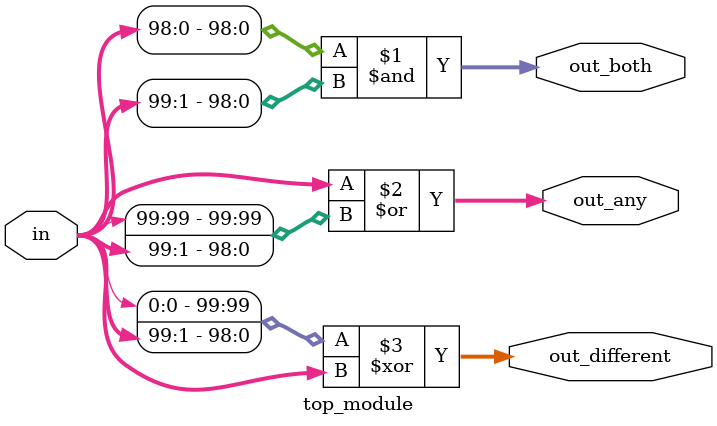
<source format=sv>
module top_module (
    input [99:0] in,
    output [98:0] out_both,
    output [99:0] out_any,
    output [99:0] out_different
);

    assign out_both = in[98:0] & in[99:1];

    assign out_any = in | {in[99], in[99:1]};

    assign out_different = {in[0], in[99:1]} ^ in;

endmodule

</source>
